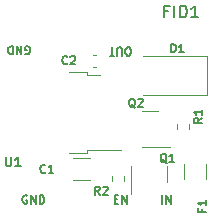
<source format=gbr>
%TF.GenerationSoftware,KiCad,Pcbnew,6.0.0-d3dd2cf0fa~116~ubuntu20.04.1*%
%TF.CreationDate,2022-02-06T14:44:09+01:00*%
%TF.ProjectId,vreg1,76726567-312e-46b6-9963-61645f706362,rev?*%
%TF.SameCoordinates,Original*%
%TF.FileFunction,Legend,Top*%
%TF.FilePolarity,Positive*%
%FSLAX46Y46*%
G04 Gerber Fmt 4.6, Leading zero omitted, Abs format (unit mm)*
G04 Created by KiCad (PCBNEW 6.0.0-d3dd2cf0fa~116~ubuntu20.04.1) date 2022-02-06 14:44:09*
%MOMM*%
%LPD*%
G01*
G04 APERTURE LIST*
%ADD10C,0.150000*%
%ADD11C,0.120000*%
G04 APERTURE END LIST*
D10*
%TO.C,FID1*%
X112928571Y-80828571D02*
X112595238Y-80828571D01*
X112595238Y-81352380D02*
X112595238Y-80352380D01*
X113071428Y-80352380D01*
X113452380Y-81352380D02*
X113452380Y-80352380D01*
X113928571Y-81352380D02*
X113928571Y-80352380D01*
X114166666Y-80352380D01*
X114309523Y-80400000D01*
X114404761Y-80495238D01*
X114452380Y-80590476D01*
X114500000Y-80780952D01*
X114500000Y-80923809D01*
X114452380Y-81114285D01*
X114404761Y-81209523D01*
X114309523Y-81304761D01*
X114166666Y-81352380D01*
X113928571Y-81352380D01*
X115452380Y-81352380D02*
X114880952Y-81352380D01*
X115166666Y-81352380D02*
X115166666Y-80352380D01*
X115071428Y-80495238D01*
X114976190Y-80590476D01*
X114880952Y-80638095D01*
%TO.C,R2*%
X107133333Y-96366666D02*
X106900000Y-96033333D01*
X106733333Y-96366666D02*
X106733333Y-95666666D01*
X107000000Y-95666666D01*
X107066666Y-95700000D01*
X107100000Y-95733333D01*
X107133333Y-95800000D01*
X107133333Y-95900000D01*
X107100000Y-95966666D01*
X107066666Y-96000000D01*
X107000000Y-96033333D01*
X106733333Y-96033333D01*
X107400000Y-95733333D02*
X107433333Y-95700000D01*
X107500000Y-95666666D01*
X107666666Y-95666666D01*
X107733333Y-95700000D01*
X107766666Y-95733333D01*
X107800000Y-95800000D01*
X107800000Y-95866666D01*
X107766666Y-95966666D01*
X107366666Y-96366666D01*
X107800000Y-96366666D01*
%TO.C,Q1*%
X112783333Y-93683333D02*
X112716666Y-93650000D01*
X112650000Y-93583333D01*
X112550000Y-93483333D01*
X112483333Y-93450000D01*
X112416666Y-93450000D01*
X112450000Y-93616666D02*
X112383333Y-93583333D01*
X112316666Y-93516666D01*
X112283333Y-93383333D01*
X112283333Y-93150000D01*
X112316666Y-93016666D01*
X112383333Y-92950000D01*
X112450000Y-92916666D01*
X112583333Y-92916666D01*
X112650000Y-92950000D01*
X112716666Y-93016666D01*
X112750000Y-93150000D01*
X112750000Y-93383333D01*
X112716666Y-93516666D01*
X112650000Y-93583333D01*
X112583333Y-93616666D01*
X112450000Y-93616666D01*
X113416666Y-93616666D02*
X113016666Y-93616666D01*
X113216666Y-93616666D02*
X113216666Y-92916666D01*
X113150000Y-93016666D01*
X113083333Y-93083333D01*
X113016666Y-93116666D01*
%TO.C,R1*%
X115816666Y-89866666D02*
X115483333Y-90100000D01*
X115816666Y-90266666D02*
X115116666Y-90266666D01*
X115116666Y-90000000D01*
X115150000Y-89933333D01*
X115183333Y-89900000D01*
X115250000Y-89866666D01*
X115350000Y-89866666D01*
X115416666Y-89900000D01*
X115450000Y-89933333D01*
X115483333Y-90000000D01*
X115483333Y-90266666D01*
X115816666Y-89200000D02*
X115816666Y-89600000D01*
X115816666Y-89400000D02*
X115116666Y-89400000D01*
X115216666Y-89466666D01*
X115283333Y-89533333D01*
X115316666Y-89600000D01*
%TO.C,TP1*%
X100966666Y-96450000D02*
X100900000Y-96416666D01*
X100800000Y-96416666D01*
X100700000Y-96450000D01*
X100633333Y-96516666D01*
X100600000Y-96583333D01*
X100566666Y-96716666D01*
X100566666Y-96816666D01*
X100600000Y-96950000D01*
X100633333Y-97016666D01*
X100700000Y-97083333D01*
X100800000Y-97116666D01*
X100866666Y-97116666D01*
X100966666Y-97083333D01*
X101000000Y-97050000D01*
X101000000Y-96816666D01*
X100866666Y-96816666D01*
X101300000Y-97116666D02*
X101300000Y-96416666D01*
X101700000Y-97116666D01*
X101700000Y-96416666D01*
X102033333Y-97116666D02*
X102033333Y-96416666D01*
X102200000Y-96416666D01*
X102300000Y-96450000D01*
X102366666Y-96516666D01*
X102400000Y-96583333D01*
X102433333Y-96716666D01*
X102433333Y-96816666D01*
X102400000Y-96950000D01*
X102366666Y-97016666D01*
X102300000Y-97083333D01*
X102200000Y-97116666D01*
X102033333Y-97116666D01*
%TO.C,TP4*%
X109600000Y-84583333D02*
X109466666Y-84583333D01*
X109400000Y-84550000D01*
X109333333Y-84483333D01*
X109300000Y-84350000D01*
X109300000Y-84116666D01*
X109333333Y-83983333D01*
X109400000Y-83916666D01*
X109466666Y-83883333D01*
X109600000Y-83883333D01*
X109666666Y-83916666D01*
X109733333Y-83983333D01*
X109766666Y-84116666D01*
X109766666Y-84350000D01*
X109733333Y-84483333D01*
X109666666Y-84550000D01*
X109600000Y-84583333D01*
X109000000Y-84583333D02*
X109000000Y-84016666D01*
X108966666Y-83950000D01*
X108933333Y-83916666D01*
X108866666Y-83883333D01*
X108733333Y-83883333D01*
X108666666Y-83916666D01*
X108633333Y-83950000D01*
X108600000Y-84016666D01*
X108600000Y-84583333D01*
X108366666Y-84583333D02*
X107966666Y-84583333D01*
X108166666Y-83883333D02*
X108166666Y-84583333D01*
%TO.C,F1*%
X115800000Y-97583333D02*
X115800000Y-97816666D01*
X116166666Y-97816666D02*
X115466666Y-97816666D01*
X115466666Y-97483333D01*
X116166666Y-96850000D02*
X116166666Y-97250000D01*
X116166666Y-97050000D02*
X115466666Y-97050000D01*
X115566666Y-97116666D01*
X115633333Y-97183333D01*
X115666666Y-97250000D01*
%TO.C,Q2*%
X110133333Y-88983333D02*
X110066666Y-88950000D01*
X110000000Y-88883333D01*
X109900000Y-88783333D01*
X109833333Y-88750000D01*
X109766666Y-88750000D01*
X109800000Y-88916666D02*
X109733333Y-88883333D01*
X109666666Y-88816666D01*
X109633333Y-88683333D01*
X109633333Y-88450000D01*
X109666666Y-88316666D01*
X109733333Y-88250000D01*
X109800000Y-88216666D01*
X109933333Y-88216666D01*
X110000000Y-88250000D01*
X110066666Y-88316666D01*
X110100000Y-88450000D01*
X110100000Y-88683333D01*
X110066666Y-88816666D01*
X110000000Y-88883333D01*
X109933333Y-88916666D01*
X109800000Y-88916666D01*
X110366666Y-88283333D02*
X110400000Y-88250000D01*
X110466666Y-88216666D01*
X110633333Y-88216666D01*
X110700000Y-88250000D01*
X110733333Y-88283333D01*
X110766666Y-88350000D01*
X110766666Y-88416666D01*
X110733333Y-88516666D01*
X110333333Y-88916666D01*
X110766666Y-88916666D01*
%TO.C,C1*%
X102533333Y-94450000D02*
X102500000Y-94483333D01*
X102400000Y-94516666D01*
X102333333Y-94516666D01*
X102233333Y-94483333D01*
X102166666Y-94416666D01*
X102133333Y-94350000D01*
X102100000Y-94216666D01*
X102100000Y-94116666D01*
X102133333Y-93983333D01*
X102166666Y-93916666D01*
X102233333Y-93850000D01*
X102333333Y-93816666D01*
X102400000Y-93816666D01*
X102500000Y-93850000D01*
X102533333Y-93883333D01*
X103200000Y-94516666D02*
X102800000Y-94516666D01*
X103000000Y-94516666D02*
X103000000Y-93816666D01*
X102933333Y-93916666D01*
X102866666Y-93983333D01*
X102800000Y-94016666D01*
%TO.C,C2*%
X104383333Y-85250000D02*
X104350000Y-85283333D01*
X104250000Y-85316666D01*
X104183333Y-85316666D01*
X104083333Y-85283333D01*
X104016666Y-85216666D01*
X103983333Y-85150000D01*
X103950000Y-85016666D01*
X103950000Y-84916666D01*
X103983333Y-84783333D01*
X104016666Y-84716666D01*
X104083333Y-84650000D01*
X104183333Y-84616666D01*
X104250000Y-84616666D01*
X104350000Y-84650000D01*
X104383333Y-84683333D01*
X104650000Y-84683333D02*
X104683333Y-84650000D01*
X104750000Y-84616666D01*
X104916666Y-84616666D01*
X104983333Y-84650000D01*
X105016666Y-84683333D01*
X105050000Y-84750000D01*
X105050000Y-84816666D01*
X105016666Y-84916666D01*
X104616666Y-85316666D01*
X105050000Y-85316666D01*
%TO.C,U1*%
X99190476Y-93161904D02*
X99190476Y-93809523D01*
X99228571Y-93885714D01*
X99266666Y-93923809D01*
X99342857Y-93961904D01*
X99495238Y-93961904D01*
X99571428Y-93923809D01*
X99609523Y-93885714D01*
X99647619Y-93809523D01*
X99647619Y-93161904D01*
X100447619Y-93961904D02*
X99990476Y-93961904D01*
X100219047Y-93961904D02*
X100219047Y-93161904D01*
X100142857Y-93276190D01*
X100066666Y-93352380D01*
X99990476Y-93390476D01*
%TO.C,TP9*%
X108383333Y-96750000D02*
X108616666Y-96750000D01*
X108716666Y-97116666D02*
X108383333Y-97116666D01*
X108383333Y-96416666D01*
X108716666Y-96416666D01*
X109016666Y-97116666D02*
X109016666Y-96416666D01*
X109416666Y-97116666D01*
X109416666Y-96416666D01*
%TO.C,TP2*%
X112433333Y-97116666D02*
X112433333Y-96416666D01*
X112766666Y-97116666D02*
X112766666Y-96416666D01*
X113166666Y-97116666D01*
X113166666Y-96416666D01*
%TO.C,TP3*%
X100833333Y-84450000D02*
X100900000Y-84483333D01*
X101000000Y-84483333D01*
X101100000Y-84450000D01*
X101166666Y-84383333D01*
X101200000Y-84316666D01*
X101233333Y-84183333D01*
X101233333Y-84083333D01*
X101200000Y-83950000D01*
X101166666Y-83883333D01*
X101100000Y-83816666D01*
X101000000Y-83783333D01*
X100933333Y-83783333D01*
X100833333Y-83816666D01*
X100800000Y-83850000D01*
X100800000Y-84083333D01*
X100933333Y-84083333D01*
X100500000Y-83783333D02*
X100500000Y-84483333D01*
X100100000Y-83783333D01*
X100100000Y-84483333D01*
X99766666Y-83783333D02*
X99766666Y-84483333D01*
X99600000Y-84483333D01*
X99500000Y-84450000D01*
X99433333Y-84383333D01*
X99400000Y-84316666D01*
X99366666Y-84183333D01*
X99366666Y-84083333D01*
X99400000Y-83950000D01*
X99433333Y-83883333D01*
X99500000Y-83816666D01*
X99600000Y-83783333D01*
X99766666Y-83783333D01*
%TO.C,D1*%
X113183333Y-84316666D02*
X113183333Y-83616666D01*
X113350000Y-83616666D01*
X113450000Y-83650000D01*
X113516666Y-83716666D01*
X113550000Y-83783333D01*
X113583333Y-83916666D01*
X113583333Y-84016666D01*
X113550000Y-84150000D01*
X113516666Y-84216666D01*
X113450000Y-84283333D01*
X113350000Y-84316666D01*
X113183333Y-84316666D01*
X114250000Y-84316666D02*
X113850000Y-84316666D01*
X114050000Y-84316666D02*
X114050000Y-83616666D01*
X113983333Y-83716666D01*
X113916666Y-83783333D01*
X113850000Y-83816666D01*
D11*
%TO.C,R2*%
X108177500Y-95237258D02*
X108177500Y-94762742D01*
X109222500Y-95237258D02*
X109222500Y-94762742D01*
%TO.C,Q1*%
X112860000Y-94600000D02*
X112860000Y-95250000D01*
X109740000Y-94600000D02*
X109740000Y-96275000D01*
X109740000Y-94600000D02*
X109740000Y-93950000D01*
X112860000Y-94600000D02*
X112860000Y-93950000D01*
%TO.C,R1*%
X114722500Y-90362742D02*
X114722500Y-90837258D01*
X113677500Y-90362742D02*
X113677500Y-90837258D01*
%TO.C,F1*%
X114290000Y-95002064D02*
X114290000Y-93797936D01*
X116110000Y-95002064D02*
X116110000Y-93797936D01*
%TO.C,Q2*%
X111400000Y-92360000D02*
X113075000Y-92360000D01*
X111400000Y-89240000D02*
X112050000Y-89240000D01*
X111400000Y-89240000D02*
X110750000Y-89240000D01*
X111400000Y-92360000D02*
X110750000Y-92360000D01*
%TO.C,C1*%
X106311252Y-93290000D02*
X104888748Y-93290000D01*
X106311252Y-95110000D02*
X104888748Y-95110000D01*
%TO.C,C2*%
X106840580Y-84490000D02*
X106559420Y-84490000D01*
X106840580Y-85510000D02*
X106559420Y-85510000D01*
%TO.C,U1*%
X106070000Y-92580000D02*
X108900000Y-92580000D01*
X106070000Y-86220000D02*
X107170000Y-86220000D01*
X106070000Y-85950000D02*
X106070000Y-86220000D01*
X104570000Y-85950000D02*
X106070000Y-85950000D01*
X106070000Y-92850000D02*
X106070000Y-92580000D01*
X104570000Y-92850000D02*
X106070000Y-92850000D01*
%TO.C,D1*%
X116200000Y-87950000D02*
X116200000Y-84650000D01*
X116200000Y-84650000D02*
X110800000Y-84650000D01*
X116200000Y-87950000D02*
X110800000Y-87950000D01*
%TD*%
M02*

</source>
